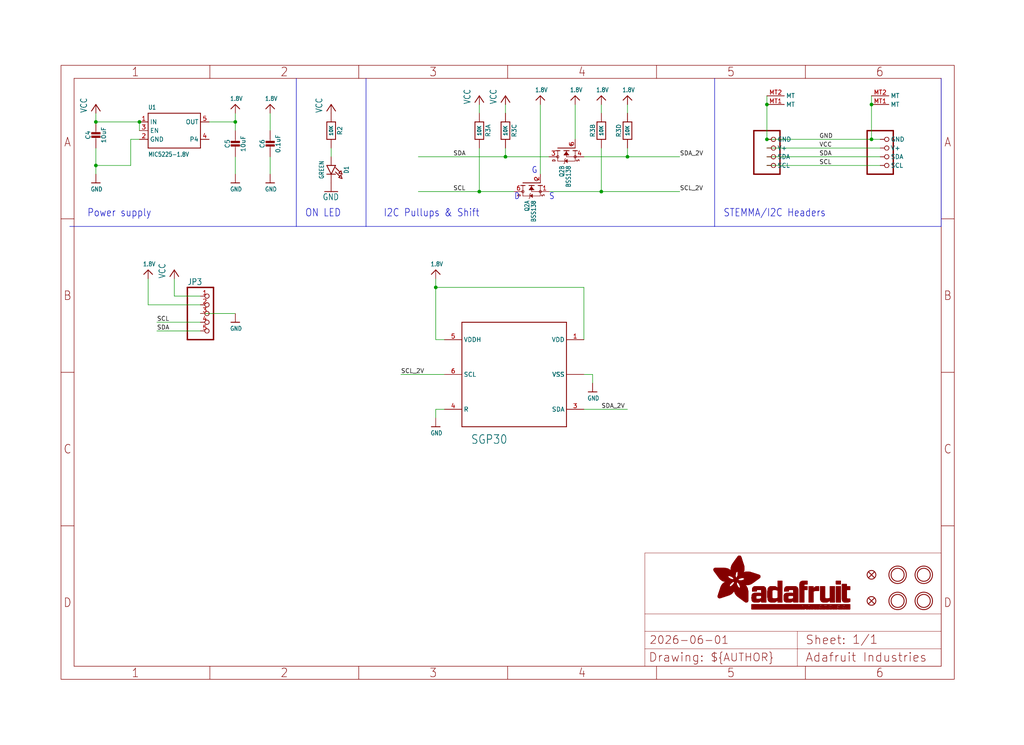
<source format=kicad_sch>
(kicad_sch (version 20230121) (generator eeschema)
  (paper "User" 298.45 217.322)
  (lib_symbols
    (symbol "working-eagle-import:1.8V" (power)
      (property "Value" "1.8V" (at -1.524 1.016 0))
      (symbol "1.8V_1_0"
        (pin power_in line (at 0 -2.54 90) (length 2.54) (name "1.8V") (number "1"))
      )
    )
    (symbol "working-eagle-import:CAP_CERAMIC0603_NO"
      (property "Reference" "C" (at -2.29 1.25 90))
      (symbol "CAP_CERAMIC0603_NO_1_0"
        (pin passive line (at 0 5.08 270) (length 2.54) (name "1") (number "1"))
        (pin passive line (at 0 -2.54 90) (length 2.54) (name "2") (number "2"))
      )
    )
    (symbol "working-eagle-import:CAP_CERAMIC0805-NOOUTLINE"
      (property "Reference" "C" (at -2.29 1.25 90))
      (symbol "CAP_CERAMIC0805-NOOUTLINE_1_0"
        (pin passive line (at 0 5.08 270) (length 2.54) (name "1") (number "1"))
        (pin passive line (at 0 -2.54 90) (length 2.54) (name "2") (number "2"))
      )
    )
    (symbol "working-eagle-import:FIDUCIAL_1MM")
    (symbol "working-eagle-import:FRAME_A4_ADAFRUIT"
      (symbol "FRAME_A4_ADAFRUIT_1_0"
        (text "${#}/${##}" (at 230.505 10.16 0) (effects (font (size 2.54 2.54)) (justify left bottom)))
        (text "${AUTHOR}" (at 189.23 5.08 0) (effects (font (size 2.286 2.286)) (justify left bottom)))
        (text "${CURRENT_DATE}" (at 171.45 10.16 0) (effects (font (size 2.286 2.286)) (justify left bottom)))
        (text "${PROJECTNAME}" (at 171.45 15.24 0) (effects (font (size 2.54 2.54)) (justify left bottom)))
        (text "1" (at 21.6958 1.905 0) (effects (font (size 2.54 2.286))))
        (text "1" (at 21.6958 177.165 0) (effects (font (size 2.54 2.286))))
        (text "2" (at 65.0875 1.905 0) (effects (font (size 2.54 2.286))))
        (text "2" (at 65.0875 177.165 0) (effects (font (size 2.54 2.286))))
        (text "3" (at 108.4792 1.905 0) (effects (font (size 2.54 2.286))))
        (text "3" (at 108.4792 177.165 0) (effects (font (size 2.54 2.286))))
        (text "4" (at 151.8708 1.905 0) (effects (font (size 2.54 2.286))))
        (text "4" (at 151.8708 177.165 0) (effects (font (size 2.54 2.286))))
        (text "5" (at 195.2625 1.905 0) (effects (font (size 2.54 2.286))))
        (text "5" (at 195.2625 177.165 0) (effects (font (size 2.54 2.286))))
        (text "6" (at 238.6542 1.905 0) (effects (font (size 2.54 2.286))))
        (text "6" (at 238.6542 177.165 0) (effects (font (size 2.54 2.286))))
        (text "A" (at 1.905 156.6863 0) (effects (font (size 2.54 2.286))))
        (text "A" (at 258.445 156.6863 0) (effects (font (size 2.54 2.286))))
        (text "Adafruit Industries" (at 216.916 4.953 0) (effects (font (size 2.54 2.54)) (justify left bottom)))
        (text "B" (at 1.905 111.9188 0) (effects (font (size 2.54 2.286))))
        (text "B" (at 258.445 111.9188 0) (effects (font (size 2.54 2.286))))
        (text "C" (at 1.905 67.1513 0) (effects (font (size 2.54 2.286))))
        (text "C" (at 258.445 67.1513 0) (effects (font (size 2.54 2.286))))
        (text "D" (at 1.905 22.3838 0) (effects (font (size 2.54 2.286))))
        (text "D" (at 258.445 22.3838 0) (effects (font (size 2.54 2.286))))
        (text "Drawing:" (at 171.196 4.953 0) (effects (font (size 2.54 2.54)) (justify left bottom)))
        (text "Sheet:" (at 216.916 10.033 0) (effects (font (size 2.54 2.54)) (justify left bottom)))
      )
    )
    (symbol "working-eagle-import:GND" (power)
      (property "Value" "GND" (at -1.524 -2.54 0))
      (symbol "GND_1_0"
        (pin power_in line (at 0 2.54 270) (length 2.54) (name "GND") (number "1"))
      )
    )
    (symbol "working-eagle-import:HEADER-1X570MIL"
      (property "Reference" "JP" (at -6.35 8.255 0))
      (symbol "HEADER-1X570MIL_1_0"
        (pin passive inverted (at -2.54 5.08 0) (length 2.54) (name "1") (number "1"))
        (pin passive inverted (at -2.54 2.54 0) (length 2.54) (name "2") (number "2"))
        (pin passive inverted (at -2.54 0 0) (length 2.54) (name "3") (number "3"))
        (pin passive inverted (at -2.54 -2.54 0) (length 2.54) (name "4") (number "4"))
        (pin passive inverted (at -2.54 -5.08 0) (length 2.54) (name "5") (number "5"))
      )
    )
    (symbol "working-eagle-import:LED0603_NOOUTLINE"
      (property "Reference" "D" (at -1.27 4.445 0))
      (symbol "LED0603_NOOUTLINE_1_0"
        (pin passive line (at -5.08 0 0) (length 2.54) (name "A") (number "A"))
        (pin passive line (at 2.54 0 180) (length 2.54) (name "C") (number "C"))
      )
    )
    (symbol "working-eagle-import:MOSFET-N_DUAL"
      (property "Reference" "Q" (at 5.08 0.635 0))
      (symbol "MOSFET-N_DUAL_1_0"
        (text "D" (at 3.175 3.175 0) (effects (font (size 0.8128 0.6908)) (justify left bottom)))
        (text "G" (at -1.27 -1.905 0) (effects (font (size 0.8128 0.6908)) (justify left bottom)))
        (text "S" (at 3.175 -3.81 0) (effects (font (size 0.8128 0.6908)) (justify left bottom)))
        (pin bidirectional line (at 2.54 -5.08 90) (length 2.54) (name "S") (number "1"))
        (pin bidirectional line (at -2.54 -2.54 0) (length 2.54) (name "G") (number "2"))
        (pin bidirectional line (at 2.54 5.08 270) (length 2.54) (name "D") (number "6"))
      )
      (symbol "MOSFET-N_DUAL_2_0"
        (text "D" (at 3.175 3.175 0) (effects (font (size 0.8128 0.6908)) (justify left bottom)))
        (text "G" (at -1.27 -1.905 0) (effects (font (size 0.8128 0.6908)) (justify left bottom)))
        (text "S" (at 3.175 -3.81 0) (effects (font (size 0.8128 0.6908)) (justify left bottom)))
        (pin bidirectional line (at 2.54 5.08 270) (length 2.54) (name "D") (number "3"))
        (pin bidirectional line (at 2.54 -5.08 90) (length 2.54) (name "S") (number "4"))
        (pin bidirectional line (at -2.54 -2.54 0) (length 2.54) (name "G") (number "5"))
      )
    )
    (symbol "working-eagle-import:MOUNTINGHOLE2.5")
    (symbol "working-eagle-import:RESISTOR_0603_NOOUT"
      (property "Reference" "R" (at 0 2.54 0))
      (symbol "RESISTOR_0603_NOOUT_1_0"
        (pin passive line (at -5.08 0 0) (length 2.54) (name "1") (number "1"))
        (pin passive line (at 5.08 0 180) (length 2.54) (name "2") (number "2"))
      )
    )
    (symbol "working-eagle-import:RESISTOR_4PACK"
      (property "Reference" "R" (at 0 2.54 0))
      (symbol "RESISTOR_4PACK_1_0"
        (pin passive line (at -5.08 0 0) (length 2.54) (name "1") (number "1"))
        (pin passive line (at 5.08 0 180) (length 2.54) (name "2") (number "8"))
      )
      (symbol "RESISTOR_4PACK_2_0"
        (pin passive line (at -5.08 0 0) (length 2.54) (name "1") (number "2"))
        (pin passive line (at 5.08 0 180) (length 2.54) (name "2") (number "7"))
      )
      (symbol "RESISTOR_4PACK_3_0"
        (pin passive line (at -5.08 0 0) (length 2.54) (name "1") (number "3"))
        (pin passive line (at 5.08 0 180) (length 2.54) (name "2") (number "6"))
      )
      (symbol "RESISTOR_4PACK_4_0"
        (pin passive line (at -5.08 0 0) (length 2.54) (name "1") (number "4"))
        (pin passive line (at 5.08 0 180) (length 2.54) (name "2") (number "5"))
      )
    )
    (symbol "working-eagle-import:SGP30"
      (symbol "SGP30_1_0"
        (pin bidirectional line (at 20.32 10.16 180) (length 5.08) (name "VDD") (number "1"))
        (pin bidirectional line (at 20.32 0 180) (length 5.08) (name "VSS") (number "2"))
        (pin bidirectional line (at 20.32 -10.16 180) (length 5.08) (name "SDA") (number "3"))
        (pin bidirectional line (at -20.32 -10.16 0) (length 5.08) (name "R") (number "4"))
        (pin bidirectional line (at -20.32 10.16 0) (length 5.08) (name "VDDH") (number "5"))
        (pin bidirectional line (at -20.32 0 0) (length 5.08) (name "SCL") (number "6"))
        (pin bidirectional line (at 20.32 0 180) (length 5.08) (name "VSS") (number "P$7"))
      )
    )
    (symbol "working-eagle-import:STEMMA_I2C_QT"
      (symbol "STEMMA_I2C_QT_1_0"
        (pin passive inverted (at 0 5.08 0) (length 2.54) (name "GND") (number "1"))
        (pin passive inverted (at 0 2.54 0) (length 2.54) (name "V+") (number "2"))
        (pin passive inverted (at 0 0 0) (length 2.54) (name "SDA") (number "3"))
        (pin passive inverted (at 0 -2.54 0) (length 2.54) (name "SCL") (number "4"))
      )
      (symbol "STEMMA_I2C_QT_2_0"
        (pin bidirectional line (at 0 0 0) (length 5.08) (name "MT") (number "MT1"))
      )
      (symbol "STEMMA_I2C_QT_3_0"
        (pin bidirectional line (at 0 0 0) (length 5.08) (name "MT") (number "MT2"))
      )
    )
    (symbol "working-eagle-import:VCC" (power)
      (property "Value" "VCC" (at -2.54 -2.54 90))
      (symbol "VCC_1_0"
        (pin power_in line (at 0 -2.54 90) (length 2.54) (name "VCC") (number "1"))
      )
    )
    (symbol "working-eagle-import:VREG_SOT23-5"
      (property "Reference" "U" (at -7.62 6.096 0))
      (symbol "VREG_SOT23-5_1_0"
        (pin power_in line (at -10.16 2.54 0) (length 2.54) (name "IN") (number "1"))
        (pin power_in line (at -10.16 -2.54 0) (length 2.54) (name "GND") (number "2"))
        (pin input line (at -10.16 0 0) (length 2.54) (name "EN") (number "3"))
        (pin bidirectional line (at 10.16 -2.54 180) (length 2.54) (name "P4") (number "4"))
        (pin power_in line (at 10.16 2.54 180) (length 2.54) (name "OUT") (number "5"))
      )
    )
    (symbol "working-eagle-import:supply1_GND" (power)
      (property "Value" "supply1_GND" (at -2.54 -2.54 0))
      (symbol "supply1_GND_1_0"
        (pin power_in line (at 0 2.54 270) (length 2.54) (name "GND") (number "1"))
      )
    )
  )
  (junction (at 147.32 45.72))
  (junction (at 68.58 35.56))
  (junction (at 254 30.48))
  (junction (at 254 40.64))
  (junction (at 27.94 48.26))
  (junction (at 223.52 40.64))
  (junction (at 223.52 30.48))
  (junction (at 139.7 55.88))
  (junction (at 175.26 55.88))
  (junction (at 127 83.82))
  (junction (at 182.88 45.72))
  (junction (at 40.64 35.56))
  (junction (at 27.94 35.56))
  (wire (pts (xy 129.54 99.06) (xy 127 99.06)) (stroke (width 0.1524)))
  (wire (pts (xy 170.18 83.82) (xy 170.18 99.06)) (stroke (width 0.1524)))
  (wire (pts (xy 58.42 86.36) (xy 50.8 86.36)) (stroke (width 0.1524)))
  (wire (pts (xy 127 83.82) (xy 170.18 83.82)) (stroke (width 0.1524)))
  (wire (pts (xy 167.64 40.64) (xy 167.64 30.48)) (stroke (width 0.1524)))
  (wire (pts (xy 78.74 45.72) (xy 78.74 50.8)) (stroke (width 0.1524)))
  (polyline (pts (xy 274.32 22.86) (xy 274.32 66.04)) (stroke (width 0.1524) (type solid)))
  (wire (pts (xy 139.7 55.88) (xy 121.92 55.88)) (stroke (width 0.1524)))
  (wire (pts (xy 254 40.64) (xy 223.52 40.64)) (stroke (width 0.1524)))
  (wire (pts (xy 129.54 119.38) (xy 127 119.38)) (stroke (width 0.1524)))
  (wire (pts (xy 78.74 33.02) (xy 78.74 38.1)) (stroke (width 0.1524)))
  (wire (pts (xy 68.58 45.72) (xy 68.58 50.8)) (stroke (width 0.1524)))
  (polyline (pts (xy 106.68 22.86) (xy 106.68 66.04)) (stroke (width 0.1524) (type solid)))
  (wire (pts (xy 139.7 30.48) (xy 139.7 33.02)) (stroke (width 0.1524)))
  (wire (pts (xy 58.42 91.44) (xy 68.58 91.44)) (stroke (width 0.1524)))
  (wire (pts (xy 182.88 43.18) (xy 182.88 45.72)) (stroke (width 0.1524)))
  (wire (pts (xy 127 83.82) (xy 127 81.28)) (stroke (width 0.1524)))
  (wire (pts (xy 256.54 40.64) (xy 254 40.64)) (stroke (width 0.1524)))
  (wire (pts (xy 60.96 35.56) (xy 68.58 35.56)) (stroke (width 0.1524)))
  (wire (pts (xy 175.26 33.02) (xy 175.26 30.48)) (stroke (width 0.1524)))
  (wire (pts (xy 175.26 55.88) (xy 198.12 55.88)) (stroke (width 0.1524)))
  (wire (pts (xy 254 30.48) (xy 254 40.64)) (stroke (width 0.1524)))
  (wire (pts (xy 223.52 48.26) (xy 256.54 48.26)) (stroke (width 0.1524)))
  (wire (pts (xy 127 119.38) (xy 127 121.92)) (stroke (width 0.1524)))
  (wire (pts (xy 38.1 40.64) (xy 38.1 48.26)) (stroke (width 0.1524)))
  (wire (pts (xy 170.18 45.72) (xy 182.88 45.72)) (stroke (width 0.1524)))
  (wire (pts (xy 256.54 45.72) (xy 223.52 45.72)) (stroke (width 0.1524)))
  (wire (pts (xy 40.64 40.64) (xy 38.1 40.64)) (stroke (width 0.1524)))
  (wire (pts (xy 129.54 109.22) (xy 116.84 109.22)) (stroke (width 0.1524)))
  (wire (pts (xy 40.64 38.1) (xy 40.64 35.56)) (stroke (width 0.1524)))
  (wire (pts (xy 157.48 50.8) (xy 157.48 30.48)) (stroke (width 0.1524)))
  (wire (pts (xy 96.52 45.72) (xy 96.52 43.18)) (stroke (width 0.1524)))
  (wire (pts (xy 170.18 109.22) (xy 172.72 109.22)) (stroke (width 0.1524)))
  (wire (pts (xy 58.42 88.9) (xy 43.18 88.9)) (stroke (width 0.1524)))
  (polyline (pts (xy 208.28 22.86) (xy 208.28 66.04)) (stroke (width 0.1524) (type solid)))
  (wire (pts (xy 182.88 45.72) (xy 198.12 45.72)) (stroke (width 0.1524)))
  (wire (pts (xy 43.18 88.9) (xy 43.18 81.28)) (stroke (width 0.1524)))
  (wire (pts (xy 40.64 35.56) (xy 27.94 35.56)) (stroke (width 0.1524)))
  (polyline (pts (xy 106.68 66.04) (xy 208.28 66.04)) (stroke (width 0.1524) (type solid)))
  (wire (pts (xy 175.26 43.18) (xy 175.26 55.88)) (stroke (width 0.1524)))
  (wire (pts (xy 254 27.94) (xy 254 30.48)) (stroke (width 0.1524)))
  (polyline (pts (xy 208.28 66.04) (xy 274.32 66.04)) (stroke (width 0.1524) (type solid)))
  (wire (pts (xy 160.02 45.72) (xy 147.32 45.72)) (stroke (width 0.1524)))
  (wire (pts (xy 147.32 33.02) (xy 147.32 30.48)) (stroke (width 0.1524)))
  (wire (pts (xy 147.32 45.72) (xy 121.92 45.72)) (stroke (width 0.1524)))
  (wire (pts (xy 170.18 119.38) (xy 182.88 119.38)) (stroke (width 0.1524)))
  (wire (pts (xy 27.94 48.26) (xy 27.94 43.18)) (stroke (width 0.1524)))
  (polyline (pts (xy 86.36 66.04) (xy 106.68 66.04)) (stroke (width 0.1524) (type solid)))
  (polyline (pts (xy 20.32 66.04) (xy 86.36 66.04)) (stroke (width 0.1524) (type solid)))
  (wire (pts (xy 27.94 48.26) (xy 27.94 50.8)) (stroke (width 0.1524)))
  (wire (pts (xy 127 99.06) (xy 127 83.82)) (stroke (width 0.1524)))
  (wire (pts (xy 147.32 43.18) (xy 147.32 45.72)) (stroke (width 0.1524)))
  (wire (pts (xy 50.8 86.36) (xy 50.8 81.28)) (stroke (width 0.1524)))
  (wire (pts (xy 38.1 48.26) (xy 27.94 48.26)) (stroke (width 0.1524)))
  (wire (pts (xy 182.88 33.02) (xy 182.88 30.48)) (stroke (width 0.1524)))
  (wire (pts (xy 172.72 109.22) (xy 172.72 111.76)) (stroke (width 0.1524)))
  (wire (pts (xy 58.42 96.52) (xy 45.72 96.52)) (stroke (width 0.1524)))
  (wire (pts (xy 58.42 93.98) (xy 45.72 93.98)) (stroke (width 0.1524)))
  (wire (pts (xy 139.7 43.18) (xy 139.7 55.88)) (stroke (width 0.1524)))
  (wire (pts (xy 68.58 35.56) (xy 68.58 33.02)) (stroke (width 0.1524)))
  (wire (pts (xy 223.52 27.94) (xy 223.52 30.48)) (stroke (width 0.1524)))
  (wire (pts (xy 68.58 35.56) (xy 68.58 38.1)) (stroke (width 0.1524)))
  (wire (pts (xy 27.94 33.02) (xy 27.94 35.56)) (stroke (width 0.1524)))
  (wire (pts (xy 223.52 30.48) (xy 223.52 40.64)) (stroke (width 0.1524)))
  (wire (pts (xy 149.86 55.88) (xy 139.7 55.88)) (stroke (width 0.1524)))
  (polyline (pts (xy 86.36 22.86) (xy 86.36 66.04)) (stroke (width 0.1524) (type solid)))
  (wire (pts (xy 223.52 43.18) (xy 256.54 43.18)) (stroke (width 0.1524)))
  (wire (pts (xy 160.02 55.88) (xy 175.26 55.88)) (stroke (width 0.1524)))
  (text "S" (at 160.02 58.42 0) (effects (font (size 1.778 1.5113)) (justify left bottom)))
  (text "STEMMA/I2C Headers" (at 210.82 63.5 0) (effects (font (size 2.1844 1.8567)) (justify left bottom)))
  (text "ON LED" (at 88.9 63.5 0) (effects (font (size 2.1844 1.8567)) (justify left bottom)))
  (text "Power supply" (at 25.4 63.5 0) (effects (font (size 2.1844 1.8567)) (justify left bottom)))
  (text "G" (at 154.94 50.8 0) (effects (font (size 1.778 1.5113)) (justify left bottom)))
  (text "D" (at 149.86 58.42 0) (effects (font (size 1.778 1.5113)) (justify left bottom)))
  (text "I2C Pullups & Shift" (at 111.76 63.5 0) (effects (font (size 2.1844 1.8567)) (justify left bottom)))
  (label "SCL_2V" (at 116.84 109.22 0) (effects (font (size 1.2446 1.2446))))
  (label "SCL" (at 238.76 48.26 0) (effects (font (size 1.2446 1.2446))))
  (label "SDA_2V" (at 175.26 119.38 0) (effects (font (size 1.2446 1.2446))))
  (label "SDA" (at 45.72 96.52 0) (effects (font (size 1.2446 1.2446))))
  (label "SDA" (at 238.76 45.72 0) (effects (font (size 1.2446 1.2446))))
  (label "SDA_2V" (at 198.12 45.72 0) (effects (font (size 1.2446 1.2446))))
  (label "VCC" (at 238.76 43.18 0) (effects (font (size 1.2446 1.2446))))
  (label "SCL_2V" (at 198.12 55.88 0) (effects (font (size 1.2446 1.2446))))
  (label "SDA" (at 132.08 45.72 0) (effects (font (size 1.2446 1.2446))))
  (label "SCL" (at 45.72 93.98 0) (effects (font (size 1.2446 1.2446))))
  (label "GND" (at 238.76 40.64 0) (effects (font (size 1.2446 1.2446))))
  (label "SCL" (at 132.08 55.88 0) (effects (font (size 1.2446 1.2446))))
  (symbol (lib_id "working-eagle-import:VCC") (at 27.94 30.48 0) (unit 1)
    (property "Reference" "#P+11" (effects hide))
    (property "Value" "VCC" (at 25.4 33.02 90) (effects (font (size 1.778 1.5113)) (justify left bottom)))
  )
  (symbol (lib_id "working-eagle-import:1.8V") (at 175.26 27.94 0) (unit 1)
    (property "Reference" "#U$24" (effects hide))
    (property "Value" "1.8V" (at 173.736 26.924 0) (effects (font (size 1.27 1.0795)) (justify left bottom)))
  )
  (symbol (lib_id "working-eagle-import:FRAME_A4_ADAFRUIT") (at 17.78 198.12 0) (unit 1)
    (property "Reference" "#U$30" (effects hide))
    (property "Value" "FRAME_A4_ADAFRUIT" (effects hide))
  )
  (symbol (lib_id "working-eagle-import:1.8V") (at 127 78.74 0) (unit 1)
    (property "Reference" "#U$26" (effects hide))
    (property "Value" "1.8V" (at 125.476 77.724 0) (effects (font (size 1.27 1.0795)) (justify left bottom)))
  )
  (symbol (lib_id "working-eagle-import:FIDUCIAL_1MM") (at 254 175.26 0) (unit 1)
    (property "Reference" "FID3" (effects hide))
    (property "Value" "FIDUCIAL_1MM" (effects hide))
    (property "Footprint" "working:FIDUCIAL_1MM" (effects hide))
  )
  (symbol (lib_id "working-eagle-import:VCC") (at 139.7 27.94 0) (unit 1)
    (property "Reference" "#P+3" (effects hide))
    (property "Value" "VCC" (at 137.16 30.48 90) (effects (font (size 1.778 1.5113)) (justify left bottom)))
  )
  (symbol (lib_id "working-eagle-import:STEMMA_I2C_QT") (at 256.54 45.72 0) (unit 1)
    (property "Reference" "CONN4" (effects hide))
    (property "Value" "STEMMA_I2C_QT" (effects hide))
    (property "Footprint" "working:JST_SH4" (effects hide))
  )
  (symbol (lib_id "working-eagle-import:1.8V") (at 167.64 27.94 0) (unit 1)
    (property "Reference" "#U$23" (effects hide))
    (property "Value" "1.8V" (at 166.116 26.924 0) (effects (font (size 1.27 1.0795)) (justify left bottom)))
  )
  (symbol (lib_id "working-eagle-import:SGP30") (at 149.86 109.22 0) (unit 1)
    (property "Reference" "U$2" (effects hide))
    (property "Value" "SGP30" (at 137.16 129.54 0) (effects (font (size 2.54 2.159)) (justify left bottom)))
    (property "Footprint" "working:SGP30" (effects hide))
  )
  (symbol (lib_id "working-eagle-import:RESISTOR_4PACK") (at 139.7 38.1 270) (unit 1)
    (property "Reference" "R3" (at 142.24 38.1 0))
    (property "Value" "10K" (at 139.7 38.1 0) (effects (font (size 1.016 1.016) bold)))
    (property "Footprint" "working:RESPACK_4X0603" (effects hide))
  )
  (symbol (lib_id "working-eagle-import:LED0603_NOOUTLINE") (at 96.52 50.8 270) (unit 1)
    (property "Reference" "D1" (at 100.965 49.53 0) (effects (font (size 1.27 1.0795))))
    (property "Value" "GREEN" (at 93.726 49.53 0) (effects (font (size 1.27 1.0795))))
    (property "Footprint" "working:CHIPLED_0603_NOOUTLINE" (effects hide))
  )
  (symbol (lib_id "working-eagle-import:FIDUCIAL_1MM") (at 254 167.64 0) (unit 1)
    (property "Reference" "FID4" (effects hide))
    (property "Value" "FIDUCIAL_1MM" (effects hide))
    (property "Footprint" "working:FIDUCIAL_1MM" (effects hide))
  )
  (symbol (lib_id "working-eagle-import:1.8V") (at 78.74 30.48 0) (unit 1)
    (property "Reference" "#U$19" (effects hide))
    (property "Value" "1.8V" (at 77.216 29.464 0) (effects (font (size 1.27 1.0795)) (justify left bottom)))
  )
  (symbol (lib_id "working-eagle-import:RESISTOR_4PACK") (at 182.88 38.1 90) (mirror x) (unit 4)
    (property "Reference" "R3" (at 180.34 38.1 0))
    (property "Value" "10K" (at 182.88 38.1 0) (effects (font (size 1.016 1.016) bold)))
    (property "Footprint" "working:RESPACK_4X0603" (effects hide))
  )
  (symbol (lib_id "working-eagle-import:STEMMA_I2C_QT") (at 223.52 45.72 0) (unit 1)
    (property "Reference" "CONN3" (effects hide))
    (property "Value" "STEMMA_I2C_QT" (effects hide))
    (property "Footprint" "working:JST_SH4" (effects hide))
  )
  (symbol (lib_id "working-eagle-import:VCC") (at 50.8 78.74 0) (unit 1)
    (property "Reference" "#P+12" (effects hide))
    (property "Value" "VCC" (at 48.26 81.28 90) (effects (font (size 1.778 1.5113)) (justify left bottom)))
  )
  (symbol (lib_id "working-eagle-import:MOUNTINGHOLE2.5") (at 261.62 175.26 0) (unit 1)
    (property "Reference" "U$28" (effects hide))
    (property "Value" "MOUNTINGHOLE2.5" (effects hide))
    (property "Footprint" "working:MOUNTINGHOLE_2.5_PLATED" (effects hide))
  )
  (symbol (lib_id "working-eagle-import:MOUNTINGHOLE2.5") (at 261.62 167.64 0) (unit 1)
    (property "Reference" "U$29" (effects hide))
    (property "Value" "MOUNTINGHOLE2.5" (effects hide))
    (property "Footprint" "working:MOUNTINGHOLE_2.5_PLATED" (effects hide))
  )
  (symbol (lib_id "working-eagle-import:MOSFET-N_DUAL") (at 165.1 43.18 90) (mirror x) (unit 2)
    (property "Reference" "Q2" (at 164.465 48.26 0) (effects (font (size 1.27 1.0795)) (justify left bottom)))
    (property "Value" "BSS138" (at 166.37 48.26 0) (effects (font (size 1.27 1.0795)) (justify left bottom)))
    (property "Footprint" "working:SOT363" (effects hide))
  )
  (symbol (lib_id "working-eagle-import:MOUNTINGHOLE2.5") (at 269.24 167.64 0) (unit 1)
    (property "Reference" "U$31" (effects hide))
    (property "Value" "MOUNTINGHOLE2.5" (effects hide))
    (property "Footprint" "working:MOUNTINGHOLE_2.5_PLATED" (effects hide))
  )
  (symbol (lib_id "working-eagle-import:GND") (at 27.94 53.34 0) (unit 1)
    (property "Reference" "#U$12" (effects hide))
    (property "Value" "GND" (at 26.416 55.88 0) (effects (font (size 1.27 1.0795)) (justify left bottom)))
  )
  (symbol (lib_id "working-eagle-import:GND") (at 78.74 53.34 0) (unit 1)
    (property "Reference" "#U$15" (effects hide))
    (property "Value" "GND" (at 77.216 55.88 0) (effects (font (size 1.27 1.0795)) (justify left bottom)))
  )
  (symbol (lib_id "working-eagle-import:HEADER-1X570MIL") (at 60.96 91.44 0) (unit 1)
    (property "Reference" "JP3" (at 54.61 83.185 0) (effects (font (size 1.778 1.5113)) (justify left bottom)))
    (property "Value" "HEADER-1X570MIL" (effects hide))
    (property "Footprint" "working:1X05_ROUND_70" (effects hide))
  )
  (symbol (lib_id "working-eagle-import:VCC") (at 147.32 27.94 0) (unit 1)
    (property "Reference" "#P+9" (effects hide))
    (property "Value" "VCC" (at 144.78 30.48 90) (effects (font (size 1.778 1.5113)) (justify left bottom)))
  )
  (symbol (lib_id "working-eagle-import:1.8V") (at 157.48 27.94 0) (unit 1)
    (property "Reference" "#U$22" (effects hide))
    (property "Value" "1.8V" (at 155.956 26.924 0) (effects (font (size 1.27 1.0795)) (justify left bottom)))
  )
  (symbol (lib_id "working-eagle-import:MOUNTINGHOLE2.5") (at 269.24 175.26 0) (unit 1)
    (property "Reference" "U$32" (effects hide))
    (property "Value" "MOUNTINGHOLE2.5" (effects hide))
    (property "Footprint" "working:MOUNTINGHOLE_2.5_PLATED" (effects hide))
  )
  (symbol (lib_id "working-eagle-import:RESISTOR_4PACK") (at 175.26 38.1 90) (mirror x) (unit 2)
    (property "Reference" "R3" (at 172.72 38.1 0))
    (property "Value" "10K" (at 175.26 38.1 0) (effects (font (size 1.016 1.016) bold)))
    (property "Footprint" "working:RESPACK_4X0603" (effects hide))
  )
  (symbol (lib_id "working-eagle-import:STEMMA_I2C_QT") (at 223.52 27.94 0) (unit 3)
    (property "Reference" "CONN3" (effects hide))
    (property "Value" "STEMMA_I2C_QT" (effects hide))
    (property "Footprint" "working:JST_SH4" (effects hide))
  )
  (symbol (lib_id "working-eagle-import:GND") (at 127 124.46 0) (unit 1)
    (property "Reference" "#U$7" (effects hide))
    (property "Value" "GND" (at 125.476 127 0) (effects (font (size 1.27 1.0795)) (justify left bottom)))
  )
  (symbol (lib_id "working-eagle-import:GND") (at 172.72 114.3 0) (unit 1)
    (property "Reference" "#U$11" (effects hide))
    (property "Value" "GND" (at 171.196 116.84 0) (effects (font (size 1.27 1.0795)) (justify left bottom)))
  )
  (symbol (lib_id "working-eagle-import:CAP_CERAMIC0805-NOOUTLINE") (at 68.58 43.18 0) (unit 1)
    (property "Reference" "C5" (at 66.29 41.93 90))
    (property "Value" "10uF" (at 70.88 41.93 90))
    (property "Footprint" "working:0805-NO" (effects hide))
  )
  (symbol (lib_id "working-eagle-import:1.8V") (at 182.88 27.94 0) (unit 1)
    (property "Reference" "#U$25" (effects hide))
    (property "Value" "1.8V" (at 181.356 26.924 0) (effects (font (size 1.27 1.0795)) (justify left bottom)))
  )
  (symbol (lib_id "working-eagle-import:MOSFET-N_DUAL") (at 154.94 53.34 90) (mirror x) (unit 1)
    (property "Reference" "Q2" (at 154.305 58.42 0) (effects (font (size 1.27 1.0795)) (justify left bottom)))
    (property "Value" "BSS138" (at 156.21 58.42 0) (effects (font (size 1.27 1.0795)) (justify left bottom)))
    (property "Footprint" "working:SOT363" (effects hide))
  )
  (symbol (lib_id "working-eagle-import:VCC") (at 96.52 30.48 0) (unit 1)
    (property "Reference" "#P+13" (effects hide))
    (property "Value" "VCC" (at 93.98 33.02 90) (effects (font (size 1.778 1.5113)) (justify left bottom)))
  )
  (symbol (lib_id "working-eagle-import:CAP_CERAMIC0805-NOOUTLINE") (at 27.94 40.64 0) (unit 1)
    (property "Reference" "C4" (at 25.65 39.39 90))
    (property "Value" "10uF" (at 30.24 39.39 90))
    (property "Footprint" "working:0805-NO" (effects hide))
  )
  (symbol (lib_id "working-eagle-import:VREG_SOT23-5") (at 50.8 38.1 0) (unit 1)
    (property "Reference" "U1" (at 43.18 32.004 0) (effects (font (size 1.27 1.0795)) (justify left bottom)))
    (property "Value" "MIC5225-1.8V" (at 43.18 45.72 0) (effects (font (size 1.27 1.0795)) (justify left bottom)))
    (property "Footprint" "working:SOT23-5" (effects hide))
  )
  (symbol (lib_id "working-eagle-import:CAP_CERAMIC0603_NO") (at 78.74 43.18 0) (unit 1)
    (property "Reference" "C6" (at 76.45 41.93 90))
    (property "Value" "0.1uF" (at 81.04 41.93 90))
    (property "Footprint" "working:0603-NO" (effects hide))
  )
  (symbol (lib_id "working-eagle-import:GND") (at 68.58 53.34 0) (unit 1)
    (property "Reference" "#U$14" (effects hide))
    (property "Value" "GND" (at 67.056 55.88 0) (effects (font (size 1.27 1.0795)) (justify left bottom)))
  )
  (symbol (lib_id "working-eagle-import:1.8V") (at 43.18 78.74 0) (unit 1)
    (property "Reference" "#U$21" (effects hide))
    (property "Value" "1.8V" (at 41.656 77.724 0) (effects (font (size 1.27 1.0795)) (justify left bottom)))
  )
  (symbol (lib_id "working-eagle-import:STEMMA_I2C_QT") (at 254 27.94 0) (unit 3)
    (property "Reference" "CONN4" (effects hide))
    (property "Value" "STEMMA_I2C_QT" (effects hide))
    (property "Footprint" "working:JST_SH4" (effects hide))
  )
  (symbol (lib_id "working-eagle-import:RESISTOR_4PACK") (at 147.32 38.1 270) (unit 3)
    (property "Reference" "R3" (at 149.86 38.1 0))
    (property "Value" "10K" (at 147.32 38.1 0) (effects (font (size 1.016 1.016) bold)))
    (property "Footprint" "working:RESPACK_4X0603" (effects hide))
  )
  (symbol (lib_id "working-eagle-import:GND") (at 68.58 93.98 0) (unit 1)
    (property "Reference" "#U$18" (effects hide))
    (property "Value" "GND" (at 67.056 96.52 0) (effects (font (size 1.27 1.0795)) (justify left bottom)))
  )
  (symbol (lib_id "working-eagle-import:supply1_GND") (at 96.52 55.88 0) (unit 1)
    (property "Reference" "#GND6" (effects hide))
    (property "Value" "GND" (at 93.98 58.42 0) (effects (font (size 1.778 1.5113)) (justify left bottom)))
  )
  (symbol (lib_id "working-eagle-import:STEMMA_I2C_QT") (at 254 30.48 0) (unit 2)
    (property "Reference" "CONN4" (effects hide))
    (property "Value" "STEMMA_I2C_QT" (effects hide))
    (property "Footprint" "working:JST_SH4" (effects hide))
  )
  (symbol (lib_id "working-eagle-import:STEMMA_I2C_QT") (at 223.52 30.48 0) (unit 2)
    (property "Reference" "CONN3" (effects hide))
    (property "Value" "STEMMA_I2C_QT" (effects hide))
    (property "Footprint" "working:JST_SH4" (effects hide))
  )
  (symbol (lib_id "working-eagle-import:RESISTOR_0603_NOOUT") (at 96.52 38.1 270) (unit 1)
    (property "Reference" "R2" (at 99.06 38.1 0))
    (property "Value" "10K" (at 96.52 38.1 0) (effects (font (size 1.016 1.016) bold)))
    (property "Footprint" "working:0603-NO" (effects hide))
  )
  (symbol (lib_id "working-eagle-import:1.8V") (at 68.58 30.48 0) (unit 1)
    (property "Reference" "#U$38" (effects hide))
    (property "Value" "1.8V" (at 67.056 29.464 0) (effects (font (size 1.27 1.0795)) (justify left bottom)))
  )
)
</source>
